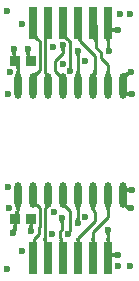
<source format=gbl>
G04*
G04 #@! TF.GenerationSoftware,Altium Limited,Altium Designer,21.7.2 (23)*
G04*
G04 Layer_Physical_Order=4*
G04 Layer_Color=16711680*
%FSAX25Y25*%
%MOIN*%
G70*
G04*
G04 #@! TF.SameCoordinates,914A0A10-9902-47D2-BBE9-F090EB24A124*
G04*
G04*
G04 #@! TF.FilePolarity,Positive*
G04*
G01*
G75*
%ADD13R,0.03347X0.03740*%
%ADD14R,0.02913X0.11024*%
%ADD15O,0.02362X0.08465*%
%ADD19C,0.01000*%
%ADD20C,0.02362*%
G36*
X0559966Y0216850D02*
X0559997Y0216765D01*
X0560047Y0216690D01*
X0560118Y0216625D01*
X0560209Y0216570D01*
X0560321Y0216525D01*
X0560452Y0216490D01*
X0560559Y0216472D01*
X0560572Y0216474D01*
X0560674Y0216497D01*
X0560770Y0216527D01*
X0560861Y0216563D01*
X0560946Y0216605D01*
X0561025Y0216654D01*
X0561097Y0216710D01*
X0561164Y0216772D01*
Y0215118D01*
X0561097Y0215180D01*
X0561025Y0215236D01*
X0560946Y0215285D01*
X0560861Y0215327D01*
X0560770Y0215363D01*
X0560674Y0215393D01*
X0560572Y0215416D01*
X0560559Y0215417D01*
X0560452Y0215400D01*
X0560321Y0215365D01*
X0560209Y0215320D01*
X0560118Y0215265D01*
X0560047Y0215200D01*
X0559997Y0215125D01*
X0559966Y0215040D01*
X0559956Y0214945D01*
Y0216945D01*
X0559966Y0216850D01*
D02*
G37*
G36*
X0549870Y0212813D02*
X0549845Y0212793D01*
X0549824Y0212760D01*
X0549805Y0212714D01*
X0549789Y0212655D01*
X0549777Y0212583D01*
X0549766Y0212498D01*
X0549755Y0212288D01*
X0549754Y0212164D01*
X0548754D01*
X0548752Y0212288D01*
X0548731Y0212583D01*
X0548718Y0212655D01*
X0548702Y0212714D01*
X0548683Y0212760D01*
X0548662Y0212793D01*
X0548637Y0212813D01*
X0548610Y0212819D01*
X0549897D01*
X0549870Y0212813D01*
D02*
G37*
G36*
X0544909Y0214314D02*
X0544888Y0214217D01*
X0544894Y0214107D01*
X0544926Y0213984D01*
X0544984Y0213849D01*
X0545069Y0213702D01*
X0545181Y0213541D01*
X0545319Y0213368D01*
X0545675Y0212984D01*
X0545146Y0212100D01*
X0544931Y0212307D01*
X0544552Y0212631D01*
X0544386Y0212748D01*
X0544237Y0212835D01*
X0544103Y0212892D01*
X0543986Y0212919D01*
X0543885Y0212916D01*
X0543800Y0212882D01*
X0543731Y0212819D01*
X0544956Y0214399D01*
X0544909Y0214314D01*
D02*
G37*
G36*
X0534910Y0214344D02*
X0534890Y0214246D01*
X0534897Y0214135D01*
X0534929Y0214012D01*
X0534988Y0213877D01*
X0535073Y0213730D01*
X0535184Y0213570D01*
X0535322Y0213397D01*
X0535675Y0213016D01*
X0535177Y0212100D01*
X0534962Y0212309D01*
X0534580Y0212635D01*
X0534414Y0212752D01*
X0534264Y0212839D01*
X0534131Y0212896D01*
X0534014Y0212922D01*
X0533914Y0212918D01*
X0533830Y0212884D01*
X0533763Y0212819D01*
X0534956Y0214430D01*
X0534910Y0214344D01*
D02*
G37*
G36*
X0559595Y0212809D02*
X0559510Y0212779D01*
X0559435Y0212728D01*
X0559370Y0212657D01*
X0559315Y0212566D01*
X0559270Y0212455D01*
X0559235Y0212323D01*
X0559210Y0212172D01*
X0559195Y0212000D01*
X0559190Y0211807D01*
X0558190D01*
X0558185Y0212000D01*
X0558170Y0212172D01*
X0558145Y0212323D01*
X0558110Y0212455D01*
X0558065Y0212566D01*
X0558010Y0212657D01*
X0557945Y0212728D01*
X0557870Y0212779D01*
X0557785Y0212809D01*
X0557690Y0212819D01*
X0559690D01*
X0559595Y0212809D01*
D02*
G37*
G36*
X0554968Y0212807D02*
X0554967Y0212797D01*
X0554965Y0212767D01*
X0554961Y0211807D01*
X0553961D01*
X0553956Y0211999D01*
X0553941Y0212170D01*
X0553916Y0212322D01*
X0553881Y0212453D01*
X0553836Y0212564D01*
X0553781Y0212655D01*
X0553716Y0212726D01*
X0553641Y0212777D01*
X0553556Y0212808D01*
X0553461Y0212819D01*
X0554968Y0212807D01*
D02*
G37*
G36*
X0559193Y0210504D02*
X0559204Y0210390D01*
X0559223Y0210284D01*
X0559249Y0210184D01*
X0559282Y0210092D01*
X0559323Y0210008D01*
X0559371Y0209930D01*
X0559426Y0209859D01*
X0559489Y0209796D01*
X0559559Y0209740D01*
X0557926Y0209480D01*
X0557976Y0209554D01*
X0558021Y0209632D01*
X0558061Y0209716D01*
X0558095Y0209805D01*
X0558124Y0209900D01*
X0558148Y0209999D01*
X0558166Y0210103D01*
X0558179Y0210213D01*
X0558190Y0210447D01*
X0559190Y0210624D01*
X0559193Y0210504D01*
D02*
G37*
G36*
X0544327Y0209818D02*
X0544272Y0209745D01*
X0544223Y0209666D01*
X0544180Y0209581D01*
X0544144Y0209491D01*
X0544115Y0209395D01*
X0544092Y0209292D01*
X0544076Y0209184D01*
X0544066Y0209070D01*
X0544063Y0208950D01*
X0543063D01*
X0543059Y0209070D01*
X0543050Y0209184D01*
X0543033Y0209292D01*
X0543011Y0209395D01*
X0542981Y0209491D01*
X0542945Y0209581D01*
X0542903Y0209666D01*
X0542854Y0209745D01*
X0542798Y0209818D01*
X0542736Y0209885D01*
X0544389D01*
X0544327Y0209818D01*
D02*
G37*
G36*
X0532654Y0208538D02*
X0532599Y0208465D01*
X0532550Y0208387D01*
X0532507Y0208302D01*
X0532472Y0208211D01*
X0532442Y0208115D01*
X0532432Y0208069D01*
X0532435Y0208052D01*
X0532470Y0207921D01*
X0532515Y0207809D01*
X0532570Y0207718D01*
X0532635Y0207647D01*
X0532710Y0207596D01*
X0532795Y0207565D01*
X0532890Y0207555D01*
X0531213Y0207567D01*
X0531246Y0207577D01*
X0531277Y0207607D01*
X0531303Y0207657D01*
X0531326Y0207727D01*
X0531346Y0207817D01*
X0531361Y0207927D01*
X0531365Y0207979D01*
X0531360Y0208013D01*
X0531337Y0208115D01*
X0531308Y0208211D01*
X0531272Y0208302D01*
X0531230Y0208387D01*
X0531181Y0208465D01*
X0531125Y0208538D01*
X0531063Y0208605D01*
X0532717D01*
X0532654Y0208538D01*
D02*
G37*
G36*
X0527930Y0208735D02*
X0527875Y0208662D01*
X0527825Y0208583D01*
X0527783Y0208499D01*
X0527747Y0208408D01*
X0527718Y0208312D01*
X0527695Y0208209D01*
X0527690Y0208176D01*
X0527710Y0208051D01*
X0527745Y0207919D01*
X0527790Y0207808D01*
X0527845Y0207717D01*
X0527910Y0207646D01*
X0527985Y0207595D01*
X0528070Y0207565D01*
X0528165Y0207555D01*
X0526165D01*
X0526260Y0207565D01*
X0526345Y0207595D01*
X0526420Y0207646D01*
X0526485Y0207717D01*
X0526540Y0207808D01*
X0526585Y0207919D01*
X0526620Y0208051D01*
X0526641Y0208176D01*
X0526636Y0208209D01*
X0526613Y0208312D01*
X0526584Y0208408D01*
X0526548Y0208499D01*
X0526505Y0208583D01*
X0526456Y0208662D01*
X0526401Y0208735D01*
X0526339Y0208802D01*
X0527992D01*
X0527930Y0208735D01*
D02*
G37*
G36*
X0549428Y0207994D02*
X0549364Y0207929D01*
X0549307Y0207857D01*
X0549257Y0207780D01*
X0549213Y0207696D01*
X0549176Y0207606D01*
X0549146Y0207510D01*
X0549123Y0207408D01*
X0549106Y0207300D01*
X0549096Y0207186D01*
X0549092Y0207066D01*
X0548093Y0207094D01*
X0548089Y0207214D01*
X0548080Y0207328D01*
X0548064Y0207437D01*
X0548042Y0207539D01*
X0548013Y0207636D01*
X0547978Y0207728D01*
X0547937Y0207813D01*
X0547889Y0207893D01*
X0547835Y0207967D01*
X0547774Y0208036D01*
X0549428Y0207994D01*
D02*
G37*
G36*
X0546547Y0203899D02*
X0546557Y0203785D01*
X0546574Y0203677D01*
X0546597Y0203575D01*
X0546627Y0203479D01*
X0546663Y0203389D01*
X0546707Y0203305D01*
X0546756Y0203226D01*
X0546813Y0203154D01*
X0546876Y0203088D01*
X0545223Y0203062D01*
X0545284Y0203130D01*
X0545338Y0203203D01*
X0545386Y0203283D01*
X0545428Y0203368D01*
X0545464Y0203459D01*
X0545492Y0203556D01*
X0545515Y0203659D01*
X0545531Y0203767D01*
X0545541Y0203881D01*
X0545544Y0204001D01*
X0546544Y0204019D01*
X0546547Y0203899D01*
D02*
G37*
G36*
X0529220Y0203851D02*
X0529190Y0203841D01*
X0529164Y0203811D01*
X0529140Y0203761D01*
X0529120Y0203691D01*
X0529102Y0203601D01*
X0529088Y0203491D01*
X0529069Y0203211D01*
X0529063Y0202851D01*
X0528063D01*
X0528058Y0203042D01*
X0528043Y0203214D01*
X0528018Y0203365D01*
X0527983Y0203497D01*
X0527938Y0203608D01*
X0527883Y0203699D01*
X0527818Y0203770D01*
X0527743Y0203821D01*
X0527658Y0203852D01*
X0527563Y0203863D01*
X0529220Y0203851D01*
D02*
G37*
G36*
X0535372Y0201397D02*
X0535186Y0201204D01*
X0534895Y0200858D01*
X0534790Y0200704D01*
X0534713Y0200564D01*
X0534662Y0200437D01*
X0534638Y0200323D01*
X0534642Y0200222D01*
X0534672Y0200135D01*
X0534730Y0200060D01*
X0533294Y0201427D01*
X0533372Y0201373D01*
X0533462Y0201346D01*
X0533567Y0201346D01*
X0533684Y0201373D01*
X0533814Y0201427D01*
X0533958Y0201508D01*
X0534115Y0201617D01*
X0534285Y0201752D01*
X0534468Y0201915D01*
X0534665Y0202104D01*
X0535372Y0201397D01*
D02*
G37*
G36*
X0554634Y0202324D02*
X0554702Y0200601D01*
X0553138Y0201372D01*
X0553233Y0201339D01*
X0553317Y0201337D01*
X0553391Y0201368D01*
X0553455Y0201430D01*
X0553510Y0201523D01*
X0553555Y0201648D01*
X0553589Y0201805D01*
X0553614Y0201993D01*
X0553629Y0202213D01*
X0553634Y0202465D01*
X0554634Y0202324D01*
D02*
G37*
G36*
X0565437Y0201094D02*
X0565269Y0200920D01*
X0564997Y0200608D01*
X0564894Y0200468D01*
X0564813Y0200340D01*
X0564753Y0200223D01*
X0564715Y0200118D01*
X0564698Y0200024D01*
X0564703Y0199942D01*
X0564730Y0199870D01*
X0563837Y0201426D01*
X0563881Y0201372D01*
X0563937Y0201340D01*
X0564005Y0201330D01*
X0564085Y0201343D01*
X0564178Y0201378D01*
X0564282Y0201436D01*
X0564399Y0201516D01*
X0564527Y0201619D01*
X0564668Y0201744D01*
X0564821Y0201892D01*
X0565437Y0201094D01*
D02*
G37*
G36*
X0559068Y0202078D02*
X0559107Y0201615D01*
X0559141Y0201427D01*
X0559186Y0201267D01*
X0559240Y0201137D01*
X0559303Y0201036D01*
X0559377Y0200963D01*
X0559460Y0200920D01*
X0559553Y0200905D01*
X0557573D01*
X0557666Y0200920D01*
X0557749Y0200963D01*
X0557823Y0201036D01*
X0557886Y0201137D01*
X0557940Y0201267D01*
X0557984Y0201427D01*
X0558019Y0201615D01*
X0558043Y0201832D01*
X0558058Y0202078D01*
X0558063Y0202354D01*
X0559063D01*
X0559068Y0202078D01*
D02*
G37*
G36*
X0529068D02*
X0529107Y0201615D01*
X0529142Y0201427D01*
X0529186Y0201267D01*
X0529240Y0201137D01*
X0529303Y0201036D01*
X0529377Y0200963D01*
X0529460Y0200920D01*
X0529554Y0200905D01*
X0527572D01*
X0527666Y0200920D01*
X0527749Y0200963D01*
X0527823Y0201036D01*
X0527886Y0201137D01*
X0527940Y0201267D01*
X0527985Y0201427D01*
X0528019Y0201615D01*
X0528043Y0201832D01*
X0528058Y0202078D01*
X0528063Y0202354D01*
X0529063D01*
X0529068Y0202078D01*
D02*
G37*
G36*
X0549092Y0202341D02*
X0549097Y0202180D01*
X0549112Y0202022D01*
X0549137Y0201868D01*
X0549171Y0201717D01*
X0549215Y0201569D01*
X0549269Y0201426D01*
X0549333Y0201285D01*
X0549407Y0201148D01*
X0549491Y0201015D01*
X0549584Y0200885D01*
X0547602Y0200944D01*
X0547695Y0200955D01*
X0547779Y0200996D01*
X0547852Y0201066D01*
X0547916Y0201164D01*
X0547970Y0201292D01*
X0548014Y0201449D01*
X0548048Y0201634D01*
X0548073Y0201849D01*
X0548088Y0202093D01*
X0548093Y0202366D01*
X0549092Y0202341D01*
D02*
G37*
G36*
X0564733Y0195496D02*
X0564757Y0195411D01*
X0564804Y0195335D01*
X0564872Y0195271D01*
X0564962Y0195216D01*
X0565075Y0195171D01*
X0565209Y0195135D01*
X0565333Y0195116D01*
X0565344Y0195117D01*
X0565448Y0195138D01*
X0565546Y0195164D01*
X0565639Y0195196D01*
X0565726Y0195235D01*
X0565808Y0195279D01*
X0565885Y0195329D01*
X0565956Y0195385D01*
X0565813Y0193738D01*
X0565752Y0193805D01*
X0565684Y0193865D01*
X0565610Y0193918D01*
X0565528Y0193964D01*
X0565441Y0194002D01*
X0565347Y0194034D01*
X0565246Y0194059D01*
X0565243Y0194059D01*
X0565152Y0194046D01*
X0565003Y0194012D01*
X0564876Y0193967D01*
X0564771Y0193913D01*
X0564687Y0193849D01*
X0564625Y0193775D01*
X0564584Y0193692D01*
X0564565Y0193598D01*
X0564730Y0195591D01*
X0564733Y0195496D01*
D02*
G37*
G36*
X0564740Y0163503D02*
X0564771Y0163418D01*
X0564821Y0163343D01*
X0564892Y0163278D01*
X0564983Y0163223D01*
X0565095Y0163178D01*
X0565226Y0163143D01*
X0565302Y0163131D01*
X0565391Y0163151D01*
X0565488Y0163180D01*
X0565578Y0163216D01*
X0565663Y0163259D01*
X0565742Y0163308D01*
X0565815Y0163363D01*
X0565882Y0163425D01*
Y0161772D01*
X0565815Y0161834D01*
X0565742Y0161889D01*
X0565663Y0161938D01*
X0565578Y0161981D01*
X0565488Y0162017D01*
X0565391Y0162046D01*
X0565302Y0162066D01*
X0565226Y0162053D01*
X0565095Y0162018D01*
X0564983Y0161973D01*
X0564892Y0161918D01*
X0564821Y0161853D01*
X0564771Y0161778D01*
X0564740Y0161693D01*
X0564730Y0161598D01*
Y0163598D01*
X0564740Y0163503D01*
D02*
G37*
G36*
X0544667Y0157961D02*
X0544631Y0157879D01*
X0544622Y0157784D01*
X0544640Y0157675D01*
X0544686Y0157553D01*
X0544759Y0157418D01*
X0544858Y0157270D01*
X0544985Y0157108D01*
X0545139Y0156933D01*
X0545320Y0156745D01*
X0544531Y0156121D01*
X0544405Y0156241D01*
X0544152Y0156448D01*
X0544026Y0156536D01*
X0543898Y0156613D01*
X0543771Y0156679D01*
X0543643Y0156734D01*
X0543515Y0156778D01*
X0543387Y0156811D01*
X0543258Y0156833D01*
X0544730Y0158030D01*
X0544667Y0157961D01*
D02*
G37*
G36*
X0559460Y0157348D02*
X0559377Y0157305D01*
X0559303Y0157232D01*
X0559240Y0157131D01*
X0559186Y0157000D01*
X0559141Y0156841D01*
X0559107Y0156653D01*
X0559083Y0156436D01*
X0559068Y0156189D01*
X0559063Y0155914D01*
X0558063D01*
X0558058Y0156189D01*
X0558019Y0156653D01*
X0557984Y0156841D01*
X0557940Y0157000D01*
X0557886Y0157131D01*
X0557823Y0157232D01*
X0557749Y0157305D01*
X0557666Y0157348D01*
X0557573Y0157362D01*
X0559553D01*
X0559460Y0157348D01*
D02*
G37*
G36*
X0554423Y0157289D02*
X0554347Y0157247D01*
X0554281Y0157177D01*
X0554223Y0157080D01*
X0554174Y0156955D01*
X0554134Y0156803D01*
X0554103Y0156622D01*
X0554081Y0156414D01*
X0554063Y0155914D01*
X0553063D01*
X0553059Y0156178D01*
X0553023Y0156622D01*
X0552992Y0156803D01*
X0552952Y0156955D01*
X0552903Y0157080D01*
X0552845Y0157177D01*
X0552779Y0157247D01*
X0552703Y0157289D01*
X0552619Y0157302D01*
X0554507D01*
X0554423Y0157289D01*
D02*
G37*
G36*
X0529368Y0157201D02*
X0529304Y0157162D01*
X0529247Y0157097D01*
X0529198Y0157006D01*
X0529157Y0156889D01*
X0529123Y0156746D01*
X0529097Y0156577D01*
X0529078Y0156382D01*
X0529063Y0155914D01*
X0528063D01*
X0528059Y0156161D01*
X0528029Y0156577D01*
X0528003Y0156746D01*
X0527969Y0156889D01*
X0527928Y0157006D01*
X0527879Y0157097D01*
X0527822Y0157162D01*
X0527758Y0157201D01*
X0527687Y0157214D01*
X0529439D01*
X0529368Y0157201D01*
D02*
G37*
G36*
X0549505Y0157299D02*
X0549412Y0157289D01*
X0549329Y0157250D01*
X0549255Y0157182D01*
X0549191Y0157085D01*
X0549137Y0156958D01*
X0549093Y0156804D01*
X0549059Y0156620D01*
X0549034Y0156407D01*
X0549019Y0156165D01*
X0549015Y0155894D01*
X0548015Y0155934D01*
X0548010Y0156098D01*
X0547996Y0156258D01*
X0547972Y0156414D01*
X0547939Y0156566D01*
X0547896Y0156713D01*
X0547844Y0156855D01*
X0547783Y0156994D01*
X0547712Y0157128D01*
X0547632Y0157257D01*
X0547542Y0157383D01*
X0549505Y0157299D01*
D02*
G37*
G36*
X0564697Y0158402D02*
X0564687Y0158309D01*
X0564700Y0158206D01*
X0564737Y0158091D01*
X0564796Y0157966D01*
X0564878Y0157829D01*
X0564983Y0157682D01*
X0565107Y0157529D01*
X0565182Y0157478D01*
X0565265Y0157433D01*
X0565346Y0157401D01*
X0565424Y0157382D01*
X0565500Y0157377D01*
X0565574Y0157385D01*
X0565646Y0157405D01*
X0565715Y0157440D01*
X0565269Y0155889D01*
X0565253Y0155913D01*
X0565219Y0155954D01*
X0565013Y0156174D01*
X0564712Y0156480D01*
X0564695Y0156496D01*
X0564396Y0156747D01*
X0564266Y0156835D01*
X0564149Y0156897D01*
X0564045Y0156934D01*
X0563955Y0156947D01*
X0563877Y0156933D01*
X0563813Y0156895D01*
X0563762Y0156832D01*
X0564730Y0158483D01*
X0564697Y0158402D01*
D02*
G37*
G36*
X0528700Y0155362D02*
X0528713Y0155202D01*
X0528734Y0155062D01*
X0528764Y0154940D01*
X0528802Y0154836D01*
X0528849Y0154752D01*
X0528904Y0154686D01*
X0528968Y0154639D01*
X0529041Y0154611D01*
X0529122Y0154602D01*
X0527269D01*
X0527350Y0154611D01*
X0527423Y0154639D01*
X0527487Y0154686D01*
X0527542Y0154752D01*
X0527589Y0154836D01*
X0527628Y0154940D01*
X0527657Y0155062D01*
X0527679Y0155202D01*
X0527691Y0155362D01*
X0527696Y0155540D01*
X0528696D01*
X0528700Y0155362D01*
D02*
G37*
G36*
X0549015Y0153139D02*
X0549018Y0153019D01*
X0549027Y0152905D01*
X0549043Y0152796D01*
X0549064Y0152693D01*
X0549093Y0152596D01*
X0549127Y0152504D01*
X0549168Y0152418D01*
X0549214Y0152337D01*
X0549267Y0152262D01*
X0549327Y0152193D01*
X0547675Y0152261D01*
X0547739Y0152325D01*
X0547797Y0152396D01*
X0547848Y0152473D01*
X0547892Y0152556D01*
X0547930Y0152645D01*
X0547960Y0152741D01*
X0547984Y0152842D01*
X0548001Y0152950D01*
X0548011Y0153064D01*
X0548015Y0153184D01*
X0549015Y0153139D01*
D02*
G37*
G36*
X0543941Y0152271D02*
X0543886Y0152198D01*
X0543837Y0152119D01*
X0543794Y0152035D01*
X0543758Y0151944D01*
X0543729Y0151848D01*
X0543706Y0151745D01*
X0543690Y0151637D01*
X0543680Y0151523D01*
X0543677Y0151403D01*
X0542677D01*
X0542673Y0151523D01*
X0542664Y0151637D01*
X0542647Y0151745D01*
X0542624Y0151848D01*
X0542595Y0151944D01*
X0542559Y0152035D01*
X0542517Y0152119D01*
X0542468Y0152198D01*
X0542412Y0152271D01*
X0542350Y0152338D01*
X0544003D01*
X0543941Y0152271D01*
D02*
G37*
G36*
X0533779Y0150900D02*
X0533694Y0150869D01*
X0533619Y0150819D01*
X0533554Y0150748D01*
X0533499Y0150657D01*
X0533454Y0150546D01*
X0533419Y0150414D01*
X0533416Y0150396D01*
X0533426Y0150350D01*
X0533456Y0150253D01*
X0533492Y0150163D01*
X0533534Y0150078D01*
X0533583Y0149999D01*
X0533639Y0149926D01*
X0533701Y0149859D01*
X0532047D01*
X0532109Y0149926D01*
X0532165Y0149999D01*
X0532214Y0150078D01*
X0532256Y0150163D01*
X0532292Y0150253D01*
X0532322Y0150350D01*
X0532332Y0150396D01*
X0532329Y0150414D01*
X0532294Y0150546D01*
X0532249Y0150657D01*
X0532194Y0150748D01*
X0532129Y0150819D01*
X0532054Y0150869D01*
X0531969Y0150900D01*
X0531874Y0150910D01*
X0533874D01*
X0533779Y0150900D01*
D02*
G37*
G36*
X0528464D02*
X0528379Y0150869D01*
X0528304Y0150819D01*
X0528239Y0150748D01*
X0528184Y0150657D01*
X0528139Y0150546D01*
X0528104Y0150414D01*
X0528079Y0150262D01*
X0528064Y0150090D01*
X0528060Y0149927D01*
X0528091Y0148596D01*
X0526674Y0149372D01*
X0526747Y0149398D01*
X0526813Y0149434D01*
X0526870Y0149481D01*
X0526921Y0149539D01*
X0526963Y0149607D01*
X0526998Y0149687D01*
X0527024Y0149778D01*
X0527044Y0149879D01*
X0527055Y0149991D01*
X0527056Y0150016D01*
X0527054Y0150090D01*
X0527039Y0150262D01*
X0527014Y0150414D01*
X0526979Y0150546D01*
X0526934Y0150657D01*
X0526879Y0150748D01*
X0526814Y0150819D01*
X0526739Y0150869D01*
X0526654Y0150900D01*
X0526559Y0150910D01*
X0528559D01*
X0528464Y0150900D01*
D02*
G37*
G36*
X0559427Y0148247D02*
X0559362Y0148183D01*
X0559303Y0148113D01*
X0559252Y0148037D01*
X0559207Y0147954D01*
X0559170Y0147865D01*
X0559139Y0147770D01*
X0559115Y0147669D01*
X0559098Y0147561D01*
X0559087Y0147447D01*
X0559084Y0147327D01*
X0558084Y0147383D01*
X0558081Y0147503D01*
X0558072Y0147617D01*
X0558056Y0147726D01*
X0558035Y0147829D01*
X0558007Y0147927D01*
X0557973Y0148019D01*
X0557933Y0148105D01*
X0557887Y0148186D01*
X0557834Y0148261D01*
X0557775Y0148331D01*
X0559427Y0148247D01*
D02*
G37*
G36*
X0559089Y0146268D02*
X0559104Y0146096D01*
X0559129Y0145944D01*
X0559164Y0145813D01*
X0559209Y0145701D01*
X0559264Y0145610D01*
X0559329Y0145539D01*
X0559404Y0145489D01*
X0559489Y0145459D01*
X0559584Y0145448D01*
X0557584D01*
X0557679Y0145459D01*
X0557764Y0145489D01*
X0557839Y0145539D01*
X0557904Y0145610D01*
X0557959Y0145701D01*
X0558004Y0145813D01*
X0558039Y0145944D01*
X0558064Y0146096D01*
X0558079Y0146268D01*
X0558084Y0146460D01*
X0559084D01*
X0559089Y0146268D01*
D02*
G37*
G36*
X0554029D02*
X0554044Y0146096D01*
X0554069Y0145944D01*
X0554104Y0145813D01*
X0554149Y0145701D01*
X0554204Y0145610D01*
X0554269Y0145539D01*
X0554344Y0145489D01*
X0554429Y0145459D01*
X0554524Y0145448D01*
X0552524D01*
X0552619Y0145459D01*
X0552704Y0145489D01*
X0552779Y0145539D01*
X0552844Y0145610D01*
X0552899Y0145701D01*
X0552944Y0145813D01*
X0552979Y0145944D01*
X0553004Y0146096D01*
X0553019Y0146268D01*
X0553024Y0146460D01*
X0554024D01*
X0554029Y0146268D01*
D02*
G37*
G36*
X0549029D02*
X0549044Y0146096D01*
X0549069Y0145944D01*
X0549104Y0145813D01*
X0549149Y0145701D01*
X0549204Y0145610D01*
X0549269Y0145539D01*
X0549344Y0145489D01*
X0549429Y0145459D01*
X0549524Y0145448D01*
X0547524D01*
X0547619Y0145459D01*
X0547704Y0145489D01*
X0547779Y0145539D01*
X0547844Y0145610D01*
X0547899Y0145701D01*
X0547944Y0145813D01*
X0547979Y0145944D01*
X0548004Y0146096D01*
X0548019Y0146268D01*
X0548024Y0146460D01*
X0549024D01*
X0549029Y0146268D01*
D02*
G37*
G36*
X0543508Y0146208D02*
X0543521Y0146049D01*
X0543542Y0145908D01*
X0543572Y0145786D01*
X0543610Y0145683D01*
X0543657Y0145599D01*
X0543713Y0145533D01*
X0543777Y0145486D01*
X0543849Y0145458D01*
X0543930Y0145448D01*
X0542078D01*
X0542159Y0145458D01*
X0542231Y0145486D01*
X0542295Y0145533D01*
X0542350Y0145599D01*
X0542397Y0145683D01*
X0542436Y0145786D01*
X0542465Y0145908D01*
X0542487Y0146049D01*
X0542499Y0146208D01*
X0542504Y0146387D01*
X0543504D01*
X0543508Y0146208D01*
D02*
G37*
G36*
X0538075Y0146269D02*
X0538090Y0146097D01*
X0538115Y0145946D01*
X0538150Y0145815D01*
X0538195Y0145703D01*
X0538250Y0145612D01*
X0538315Y0145541D01*
X0538390Y0145490D01*
X0538475Y0145459D01*
X0538570Y0145448D01*
X0537040Y0145460D01*
X0537045Y0145470D01*
X0537051Y0145500D01*
X0537055Y0145550D01*
X0537065Y0145820D01*
X0537070Y0146460D01*
X0538070D01*
X0538075Y0146269D01*
D02*
G37*
G36*
X0534586Y0146049D02*
X0534604Y0145812D01*
X0534620Y0145715D01*
X0534641Y0145634D01*
X0534666Y0145567D01*
X0534696Y0145515D01*
X0534730Y0145478D01*
X0534769Y0145456D01*
X0534813Y0145448D01*
X0533354D01*
X0533398Y0145456D01*
X0533437Y0145478D01*
X0533471Y0145515D01*
X0533501Y0145567D01*
X0533526Y0145634D01*
X0533547Y0145715D01*
X0533563Y0145812D01*
X0533574Y0145923D01*
X0533583Y0146190D01*
X0534584D01*
X0534586Y0146049D01*
D02*
G37*
G36*
X0559939Y0141850D02*
X0559969Y0141765D01*
X0560019Y0141690D01*
X0560089Y0141625D01*
X0560179Y0141570D01*
X0560289Y0141525D01*
X0560419Y0141490D01*
X0560519Y0141473D01*
X0560525Y0141474D01*
X0560628Y0141497D01*
X0560724Y0141527D01*
X0560815Y0141562D01*
X0560899Y0141605D01*
X0560978Y0141654D01*
X0561051Y0141710D01*
X0561118Y0141772D01*
Y0140118D01*
X0561051Y0140180D01*
X0560978Y0140236D01*
X0560899Y0140285D01*
X0560815Y0140327D01*
X0560724Y0140363D01*
X0560628Y0140393D01*
X0560525Y0140416D01*
X0560519Y0140417D01*
X0560419Y0140400D01*
X0560289Y0140365D01*
X0560179Y0140320D01*
X0560089Y0140265D01*
X0560019Y0140200D01*
X0559969Y0140125D01*
X0559939Y0140040D01*
X0559929Y0139945D01*
Y0141945D01*
X0559939Y0141850D01*
D02*
G37*
D13*
X0527559Y0152756D02*
D03*
X0532874D02*
D03*
X0527559Y0205709D02*
D03*
X0532874D02*
D03*
D14*
X0533484Y0139961D02*
D03*
X0538484D02*
D03*
X0543484D02*
D03*
X0548484D02*
D03*
X0553484D02*
D03*
X0558484D02*
D03*
X0558524Y0218307D02*
D03*
X0553524D02*
D03*
X0548524D02*
D03*
X0543524D02*
D03*
X0538524D02*
D03*
X0533524D02*
D03*
D15*
X0528563Y0197244D02*
D03*
X0533563D02*
D03*
X0538563D02*
D03*
X0543563D02*
D03*
X0548563D02*
D03*
X0553563D02*
D03*
X0558563D02*
D03*
X0563563D02*
D03*
X0528563Y0161024D02*
D03*
X0533563Y0161024D02*
D03*
X0538563Y0161024D02*
D03*
X0543563Y0161024D02*
D03*
X0553563Y0161024D02*
D03*
X0558563Y0161024D02*
D03*
X0563563Y0161024D02*
D03*
X0548563Y0161024D02*
D03*
D19*
X0553563Y0161024D02*
X0553563Y0161024D01*
X0554232Y0152362D02*
Y0155170D01*
X0553563Y0155839D02*
Y0161024D01*
Y0155839D02*
X0554232Y0155170D01*
X0548524Y0139764D02*
Y0146654D01*
X0554232Y0152362D01*
X0538563Y0197244D02*
Y0200664D01*
X0537746Y0201481D02*
Y0217529D01*
X0538524Y0218307D01*
X0537746Y0201481D02*
X0538563Y0200664D01*
X0540945Y0202362D02*
Y0205709D01*
X0543563Y0208327D02*
Y0210728D01*
X0540945Y0205709D02*
X0543563Y0208327D01*
X0546044Y0202251D02*
Y0211909D01*
X0543563Y0197244D02*
Y0199927D01*
X0540945Y0202362D02*
X0542392Y0200916D01*
X0542574D02*
X0543563Y0199927D01*
X0542392Y0200916D02*
X0542574D01*
X0553563Y0197244D02*
Y0200664D01*
X0554134Y0201235D02*
Y0207283D01*
X0553563Y0200664D02*
X0554134Y0201235D01*
X0549254Y0212164D02*
X0554134Y0207283D01*
X0537570Y0140875D02*
Y0149525D01*
X0537647Y0149602D01*
Y0156688D02*
X0538563Y0157604D01*
X0537647Y0149602D02*
Y0156688D01*
X0537570Y0140875D02*
X0538484Y0139961D01*
X0535630Y0150130D02*
X0535847Y0150347D01*
Y0156401D01*
X0534084Y0146190D02*
X0535630Y0147736D01*
Y0150130D01*
X0534815Y0157433D02*
X0535847Y0156401D01*
X0542682Y0148764D02*
X0543177Y0149259D01*
X0543004Y0140284D02*
X0543524Y0139764D01*
X0543004Y0140284D02*
Y0146387D01*
X0542682Y0146709D02*
X0543004Y0146387D01*
X0542682Y0146709D02*
Y0148764D01*
X0543177Y0149259D02*
Y0153182D01*
X0538563Y0157604D02*
Y0161024D01*
X0545163Y0148105D02*
X0545866Y0148808D01*
Y0155492D01*
X0543563Y0157795D02*
X0545866Y0155492D01*
X0545163Y0147736D02*
Y0148105D01*
X0559461Y0215945D02*
X0562008D01*
X0532874Y0149016D02*
Y0152756D01*
X0526968Y0148228D02*
Y0148597D01*
X0527559Y0149188D01*
Y0152756D01*
X0528563Y0155907D02*
Y0161024D01*
X0528196Y0155540D02*
X0528563Y0155907D01*
X0528196Y0153393D02*
Y0155540D01*
X0527559Y0152756D02*
X0528196Y0153393D01*
X0553524Y0148602D02*
X0558563Y0153642D01*
X0553524Y0139764D02*
Y0148602D01*
X0558584Y0149071D02*
X0558644Y0149131D01*
X0558563Y0153642D02*
Y0161024D01*
X0548466Y0151384D02*
X0548515Y0151433D01*
X0533563Y0158341D02*
Y0161024D01*
Y0158341D02*
X0534471Y0157433D01*
X0534815D01*
X0548515Y0151433D02*
Y0160975D01*
X0566623Y0194591D02*
X0566725Y0194488D01*
X0563563Y0195220D02*
X0564192Y0194591D01*
X0566623D01*
X0563563Y0195220D02*
Y0199927D01*
X0558690Y0216716D02*
X0559461Y0215945D01*
X0558690Y0216716D02*
Y0218318D01*
Y0208963D02*
Y0216716D01*
X0566131Y0201538D02*
X0566392Y0201799D01*
X0565175Y0201538D02*
X0566131D01*
X0563563Y0199927D02*
X0565175Y0201538D01*
X0558504Y0218504D02*
X0558690Y0218318D01*
Y0208963D02*
X0558876Y0208777D01*
X0527165Y0206102D02*
X0528563Y0204705D01*
X0527165Y0206102D02*
Y0209646D01*
X0558524Y0140185D02*
X0559283Y0140945D01*
X0561961D01*
X0548593Y0208829D02*
X0548622Y0208858D01*
X0548563Y0197244D02*
X0548593Y0197274D01*
Y0208829D01*
X0558584Y0140245D02*
Y0149071D01*
X0558524Y0140185D02*
X0558584Y0140245D01*
X0531890Y0206693D02*
X0532874Y0205709D01*
X0531890Y0206693D02*
Y0209449D01*
X0528563Y0197244D02*
Y0204705D01*
X0533504Y0214449D02*
Y0218504D01*
Y0214449D02*
X0534461Y0213492D01*
X0534492D01*
X0535946Y0212039D01*
Y0202678D02*
Y0212039D01*
X0533563Y0200295D02*
X0535946Y0202678D01*
X0533563Y0197244D02*
Y0200295D01*
X0554461Y0210205D02*
Y0217547D01*
X0556299Y0206594D02*
Y0208366D01*
X0554461Y0210205D02*
X0556299Y0208366D01*
Y0206594D02*
X0558563Y0204331D01*
Y0197244D02*
Y0204331D01*
X0553504Y0218504D02*
X0554461Y0217547D01*
X0548504Y0218504D02*
X0549254Y0217754D01*
Y0212164D02*
Y0217754D01*
X0543504Y0214449D02*
Y0218504D01*
Y0214449D02*
X0546044Y0211909D01*
X0543563Y0157795D02*
Y0161024D01*
X0548515Y0160975D02*
X0548563Y0161024D01*
X0566061Y0156687D02*
X0566321Y0156426D01*
X0563563Y0158341D02*
Y0161024D01*
Y0158341D02*
X0565217Y0156687D01*
X0566061D01*
X0564192Y0162598D02*
X0566725D01*
X0563563Y0161024D02*
Y0161969D01*
X0564192Y0162598D01*
X0534084Y0140324D02*
Y0146190D01*
X0533524Y0139764D02*
X0534084Y0140324D01*
X0558524Y0139764D02*
Y0140185D01*
D20*
X0540256Y0210236D02*
D03*
X0543563Y0210728D02*
D03*
X0543504Y0204528D02*
D03*
X0546063Y0202232D02*
D03*
X0551083Y0205610D02*
D03*
X0540059Y0147933D02*
D03*
X0540551Y0155118D02*
D03*
X0543177Y0153182D02*
D03*
X0551083Y0153642D02*
D03*
X0525000Y0136122D02*
D03*
X0524902Y0222047D02*
D03*
X0566043Y0221358D02*
D03*
X0565846Y0137205D02*
D03*
X0530020Y0142224D02*
D03*
X0562008Y0215945D02*
D03*
X0532874Y0149016D02*
D03*
X0526968Y0148228D02*
D03*
X0545163Y0147736D02*
D03*
X0558644Y0149131D02*
D03*
X0548466Y0151384D02*
D03*
X0525714Y0156600D02*
D03*
X0525401Y0163681D02*
D03*
X0525394Y0194685D02*
D03*
X0525814Y0201859D02*
D03*
X0566725Y0194488D02*
D03*
X0566392Y0201799D02*
D03*
X0530066Y0217717D02*
D03*
X0527165Y0209646D02*
D03*
X0561961Y0137303D02*
D03*
Y0140945D02*
D03*
X0548622Y0208858D02*
D03*
X0531890Y0209449D02*
D03*
X0562500Y0221260D02*
D03*
X0558876Y0208777D02*
D03*
X0566321Y0156426D02*
D03*
X0566725Y0162598D02*
D03*
M02*

</source>
